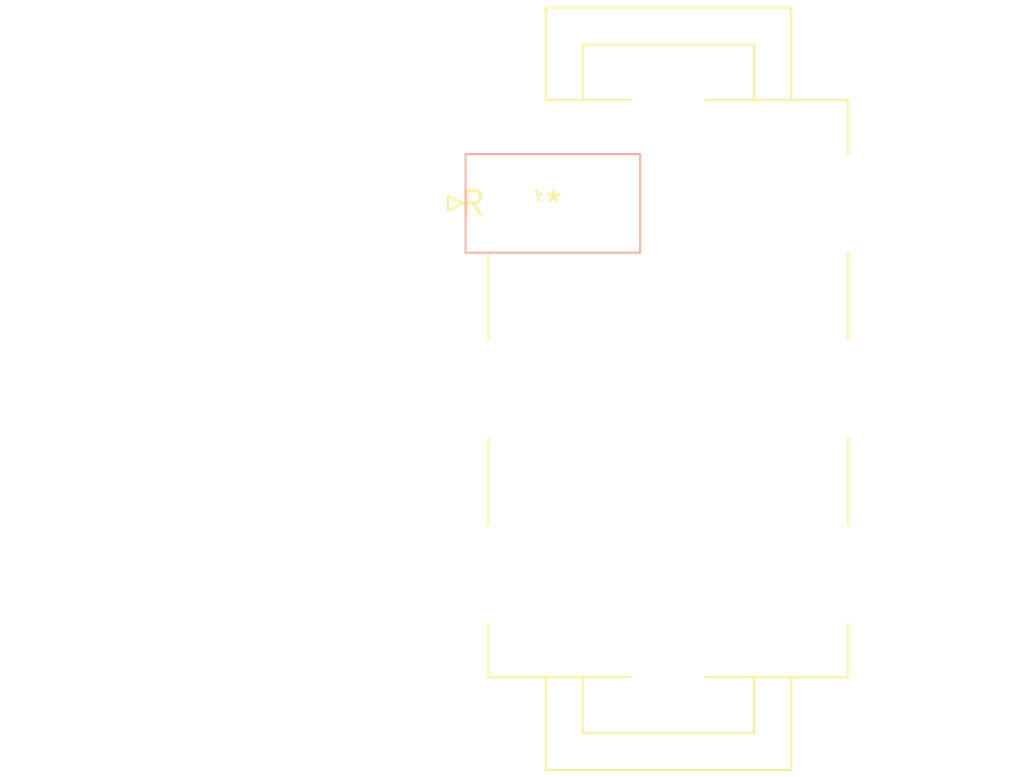
<source format=kicad_pcb>
(kicad_pcb (version 20240108) (generator pcbnew)
  (layers (0 "F.Cu" signal) (31 "B.Cu" signal) (34 "B.Paste" user) (35 "F.Paste" user) (36 "B.SilkS" user "B.Silkscreen") (37 "F.SilkS" user "F.Silkscreen") (38 "B.Mask" user) (39 "F.Mask" user) (44 "Edge.Cuts" user))
  (net 0 "")
  (footprint "Molex_Mini-Fit_Sr_43915-xx06_2x03_P10.00mm_Vertical" (layer "F.Cu") (at 0 0)
    (property "Reference" "REF**")
    (property "Value" "Molex_Mini-Fit_Sr_43915-xx06_2x03_P10.00mm_Vertical")
    (fp_line (start -2.51 -2.66) (end -2.51 2.66) (layer "B.SilkS") (stroke (width 0.12)))
    (fp_line (start -2.51 2.66) (end 6.91 2.66) (layer "B.SilkS") (stroke (width 0.12)))
    (fp_line (start 6.91 -2.66) (end -2.51 -2.66) (layer "B.SilkS") (stroke (width 0.12)))
    (fp_line (start 6.91 2.66) (end 6.91 -2.66) (layer "B.SilkS") (stroke (width 0.12)))
    (fp_line (start -3.45 -0.4) (end -3.45 0.4) (layer "F.SilkS") (stroke (width 0.12)))
    (fp_line (start -3.45 0.4) (end -2.65 0) (layer "F.SilkS") (stroke (width 0.12)))
    (fp_line (start -2.65 0) (end -3.45 -0.4) (layer "F.SilkS") (stroke (width 0.12)))
    (fp_line (start -1.27 2.66) (end -1.27 7.34) (layer "F.SilkS") (stroke (width 0.12)))
    (fp_line (start -1.27 12.66) (end -1.27 17.34) (layer "F.SilkS") (stroke (width 0.12)))
    (fp_line (start -1.27 22.66) (end -1.27 25.57) (layer "F.SilkS") (stroke (width 0.12)))
    (fp_line (start -1.27 25.57) (end 6.43 25.57) (layer "F.SilkS") (stroke (width 0.12)))
    (fp_line (start 1.81 -10.57) (end 15.05 -10.57) (layer "F.SilkS") (stroke (width 0.12)))
    (fp_line (start 1.81 -5.57) (end 1.81 -10.57) (layer "F.SilkS") (stroke (width 0.12)))
    (fp_line (start 1.81 25.57) (end 1.81 30.57) (layer "F.SilkS") (stroke (width 0.12)))
    (fp_line (start 1.81 30.57) (end 15.05 30.57) (layer "F.SilkS") (stroke (width 0.12)))
    (fp_line (start 3.81 -8.57) (end 13.05 -8.57) (layer "F.SilkS") (stroke (width 0.12)))
    (fp_line (start 3.81 -5.57) (end 3.81 -8.57) (layer "F.SilkS") (stroke (width 0.12)))
    (fp_line (start 3.81 25.57) (end 3.81 28.57) (layer "F.SilkS") (stroke (width 0.12)))
    (fp_line (start 3.81 28.57) (end 13.05 28.57) (layer "F.SilkS") (stroke (width 0.12)))
    (fp_line (start 6.43 -5.57) (end 1.81 -5.57) (layer "F.SilkS") (stroke (width 0.12)))
    (fp_line (start 13.05 -8.57) (end 13.05 -5.57) (layer "F.SilkS") (stroke (width 0.12)))
    (fp_line (start 13.05 28.57) (end 13.05 25.57) (layer "F.SilkS") (stroke (width 0.12)))
    (fp_line (start 15.05 -10.57) (end 15.05 -5.57) (layer "F.SilkS") (stroke (width 0.12)))
    (fp_line (start 15.05 30.57) (end 15.05 25.57) (layer "F.SilkS") (stroke (width 0.12)))
    (fp_line (start 18.13 -5.57) (end 10.43 -5.57) (layer "F.SilkS") (stroke (width 0.12)))
    (fp_line (start 18.13 -2.66) (end 18.13 -5.57) (layer "F.SilkS") (stroke (width 0.12)))
    (fp_line (start 18.13 2.66) (end 18.13 7.34) (layer "F.SilkS") (stroke (width 0.12)))
    (fp_line (start 18.13 12.66) (end 18.13 17.34) (layer "F.SilkS") (stroke (width 0.12)))
    (fp_line (start 18.13 22.66) (end 18.13 25.57) (layer "F.SilkS") (stroke (width 0.12)))
    (fp_line (start 18.13 25.57) (end 10.43 25.57) (layer "F.SilkS") (stroke (width 0.12)))
    (pad "" thru_hole circle (at 8.43 -5.705) (size 3.5 3.5) (drill 3) (layers *.Cu *.Mask) (remove_unused_layers))
    (pad "" np_thru_hole circle (at 8.43 5) (size 3 3) (drill 3) (layers *.Cu *.Mask))
    (pad "" thru_hole circle (at 8.43 25.705) (size 3.5 3.5) (drill 3) (layers *.Cu *.Mask) (remove_unused_layers))
    (pad "1" thru_hole rect (at 0 0) (size 4.5 4.8) (drill 2.8) (layers *.Cu *.Mask) (remove_unused_layers))
    (pad "1" thru_hole rect (at 4.4 0) (size 4.5 4.8) (drill 2.8) (layers *.Cu *.Mask) (remove_unused_layers))
    (pad "2" thru_hole rect (at 0 10) (size 4.5 4.8) (drill 2.8) (layers *.Cu *.Mask) (remove_unused_layers))
    (pad "2" thru_hole rect (at 4.4 10) (size 4.5 4.8) (drill 2.8) (layers *.Cu *.Mask) (remove_unused_layers))
    (pad "3" thru_hole rect (at 0 20) (size 4.5 4.8) (drill 2.8) (layers *.Cu *.Mask) (remove_unused_layers))
    (pad "3" thru_hole rect (at 4.4 20) (size 4.5 4.8) (drill 2.8) (layers *.Cu *.Mask) (remove_unused_layers))
    (pad "4" thru_hole rect (at 12.46 0) (size 4.5 4.8) (drill 2.8) (layers *.Cu *.Mask) (remove_unused_layers))
    (pad "4" thru_hole rect (at 16.86 0) (size 4.5 4.8) (drill 2.8) (layers *.Cu *.Mask) (remove_unused_layers))
    (pad "5" thru_hole rect (at 12.46 10) (size 4.5 4.8) (drill 2.8) (layers *.Cu *.Mask) (remove_unused_layers))
    (pad "5" thru_hole rect (at 16.86 10) (size 4.5 4.8) (drill 2.8) (layers *.Cu *.Mask) (remove_unused_layers))
    (pad "6" thru_hole rect (at 12.46 20) (size 4.5 4.8) (drill 2.8) (layers *.Cu *.Mask) (remove_unused_layers))
    (pad "6" thru_hole rect (at 16.86 20) (size 4.5 4.8) (drill 2.8) (layers *.Cu *.Mask) (remove_unused_layers))
  )
)
</source>
